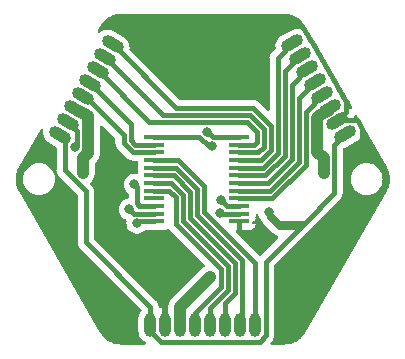
<source format=gbr>
%TF.GenerationSoftware,KiCad,Pcbnew,7.0.9*%
%TF.CreationDate,2023-12-16T17:23:44+09:00*%
%TF.ProjectId,LineIntegratedBoard,4c696e65-496e-4746-9567-726174656442,rev?*%
%TF.SameCoordinates,Original*%
%TF.FileFunction,Copper,L2,Bot*%
%TF.FilePolarity,Positive*%
%FSLAX46Y46*%
G04 Gerber Fmt 4.6, Leading zero omitted, Abs format (unit mm)*
G04 Created by KiCad (PCBNEW 7.0.9) date 2023-12-16 17:23:44*
%MOMM*%
%LPD*%
G01*
G04 APERTURE LIST*
G04 Aperture macros list*
%AMHorizOval*
0 Thick line with rounded ends*
0 $1 width*
0 $2 $3 position (X,Y) of the first rounded end (center of the circle)*
0 $4 $5 position (X,Y) of the second rounded end (center of the circle)*
0 Add line between two ends*
20,1,$1,$2,$3,$4,$5,0*
0 Add two circle primitives to create the rounded ends*
1,1,$1,$2,$3*
1,1,$1,$4,$5*%
G04 Aperture macros list end*
%TA.AperFunction,SMDPad,CuDef*%
%ADD10HorizOval,1.000000X0.433013X-0.250000X-0.433013X0.250000X0*%
%TD*%
%TA.AperFunction,SMDPad,CuDef*%
%ADD11HorizOval,1.000000X0.433013X0.250000X-0.433013X-0.250000X0*%
%TD*%
%TA.AperFunction,SMDPad,CuDef*%
%ADD12O,1.000000X2.000000*%
%TD*%
%TA.AperFunction,SMDPad,CuDef*%
%ADD13R,1.750000X0.450000*%
%TD*%
%TA.AperFunction,ViaPad*%
%ADD14C,0.800000*%
%TD*%
%TA.AperFunction,Conductor*%
%ADD15C,0.400000*%
%TD*%
%TA.AperFunction,Conductor*%
%ADD16C,1.000000*%
%TD*%
G04 APERTURE END LIST*
D10*
%TO.P,J2,8,Pin_8*%
%TO.N,6*%
X144761683Y-78765317D03*
%TO.P,J2,7,Pin_7*%
%TO.N,7*%
X144126683Y-79865169D03*
%TO.P,J2,6,Pin_6*%
%TO.N,8*%
X143491683Y-80965021D03*
%TO.P,J2,5,Pin_5*%
%TO.N,9*%
X142856683Y-82064873D03*
%TO.P,J2,4,Pin_4*%
%TO.N,10*%
X142221683Y-83164726D03*
%TO.P,J2,3,Pin_3*%
%TO.N,+5VA*%
X141586683Y-84264578D03*
%TO.P,J2,2,Pin_2*%
%TO.N,GND*%
X140951683Y-85364430D03*
%TO.P,J2,1,Pin_1*%
%TO.N,+3.3V*%
X140316683Y-86464282D03*
%TD*%
D11*
%TO.P,J1,8,Pin_8*%
%TO.N,5*%
X159993283Y-78666760D03*
%TO.P,J1,7,Pin_7*%
%TO.N,4*%
X160628283Y-79766612D03*
%TO.P,J1,6,Pin_6*%
%TO.N,3*%
X161263283Y-80866464D03*
%TO.P,J1,5,Pin_5*%
%TO.N,2*%
X161898283Y-81966316D03*
%TO.P,J1,4,Pin_4*%
%TO.N,1*%
X162533283Y-83066169D03*
%TO.P,J1,3,Pin_3*%
%TO.N,+5VA*%
X163168283Y-84166021D03*
%TO.P,J1,2,Pin_2*%
%TO.N,GND*%
X163803283Y-85265873D03*
%TO.P,J1,1,Pin_1*%
%TO.N,+3.3V*%
X164438283Y-86365725D03*
%TD*%
D12*
%TO.P,J3,1,Pin_1*%
%TO.N,+3.3V*%
X147950000Y-102514400D03*
%TO.P,J3,2,Pin_2*%
%TO.N,GND*%
X149220000Y-102514400D03*
%TO.P,J3,3,Pin_3*%
%TO.N,+5VA*%
X150490000Y-102514400D03*
%TO.P,J3,4,Pin_4*%
%TO.N,15*%
X151760000Y-102514400D03*
%TO.P,J3,5,Pin_5*%
%TO.N,14*%
X153030000Y-102514400D03*
%TO.P,J3,6,Pin_6*%
%TO.N,13*%
X154300000Y-102514400D03*
%TO.P,J3,7,Pin_7*%
%TO.N,12*%
X155570000Y-102514400D03*
%TO.P,J3,8,Pin_8*%
%TO.N,11*%
X156840000Y-102514400D03*
%TD*%
D13*
%TO.P,U1,1,COM*%
%TO.N,Data*%
X155492000Y-86595000D03*
%TO.P,U1,2,I7*%
%TO.N,8*%
X155492000Y-87245000D03*
%TO.P,U1,3,I6*%
%TO.N,7*%
X155492000Y-87895000D03*
%TO.P,U1,4,I5*%
%TO.N,6*%
X155492000Y-88545000D03*
%TO.P,U1,5,I4*%
%TO.N,5*%
X155492000Y-89195000D03*
%TO.P,U1,6,I3*%
%TO.N,4*%
X155492000Y-89845000D03*
%TO.P,U1,7,I2*%
%TO.N,3*%
X155492000Y-90495000D03*
%TO.P,U1,8,I1*%
%TO.N,2*%
X155492000Y-91145000D03*
%TO.P,U1,9,I0*%
%TO.N,1*%
X155492000Y-91795000D03*
%TO.P,U1,10,S0*%
%TO.N,S0*%
X155492000Y-92445000D03*
%TO.P,U1,11,S1*%
%TO.N,S1*%
X155492000Y-93095000D03*
%TO.P,U1,12,GND*%
%TO.N,GND*%
X155492000Y-93745000D03*
%TO.P,U1,13,S3*%
%TO.N,S3*%
X148292000Y-93745000D03*
%TO.P,U1,14,S2*%
%TO.N,S2*%
X148292000Y-93095000D03*
%TO.P,U1,15,~{E}*%
%TO.N,E*%
X148292000Y-92445000D03*
%TO.P,U1,16,I15*%
%TO.N,unconnected-(U1-I15-Pad16)*%
X148292000Y-91795000D03*
%TO.P,U1,17,I14*%
%TO.N,15*%
X148292000Y-91145000D03*
%TO.P,U1,18,I13*%
%TO.N,14*%
X148292000Y-90495000D03*
%TO.P,U1,19,I12*%
%TO.N,13*%
X148292000Y-89845000D03*
%TO.P,U1,20,I11*%
%TO.N,12*%
X148292000Y-89195000D03*
%TO.P,U1,21,I10*%
%TO.N,11*%
X148292000Y-88545000D03*
%TO.P,U1,22,I9*%
%TO.N,10*%
X148292000Y-87895000D03*
%TO.P,U1,23,I8*%
%TO.N,9*%
X148292000Y-87245000D03*
%TO.P,U1,24,VCC*%
%TO.N,+3.3V*%
X148292000Y-86595000D03*
%TD*%
D14*
%TO.N,GND*%
X160020000Y-96520000D03*
X157861000Y-78867000D03*
X152019000Y-77597000D03*
X146050000Y-77470000D03*
X152019000Y-82931000D03*
X157607000Y-83439000D03*
X159385000Y-77216000D03*
X165354000Y-94615000D03*
X162687000Y-99441000D03*
X159131000Y-103124000D03*
X158877000Y-99060000D03*
X157226000Y-96139000D03*
X151638000Y-97536000D03*
X165354000Y-87884000D03*
X145796000Y-96774000D03*
X145796000Y-100584000D03*
X143510000Y-98298000D03*
X139954000Y-93472000D03*
X138684000Y-87122000D03*
X140716000Y-96774000D03*
X141572955Y-87462062D03*
%TO.N,+3.3V*%
X157988000Y-92964000D03*
X153160693Y-87391768D03*
%TO.N,S3*%
X146840072Y-93894500D03*
%TO.N,S2*%
X146192971Y-92720968D03*
%TO.N,E*%
X146615332Y-90620668D03*
%TO.N,S1*%
X153868039Y-93022439D03*
%TO.N,S0*%
X153924000Y-91948000D03*
%TO.N,Data*%
X152775236Y-86143500D03*
%TO.N,+5VA*%
X142240000Y-89662000D03*
X162630000Y-89662000D03*
X153000689Y-98459311D03*
X152400000Y-99060000D03*
X142240000Y-88392000D03*
X162630000Y-88392000D03*
%TD*%
D15*
%TO.N,+3.3V*%
X157988000Y-92964000D02*
X157988000Y-93345000D01*
X157988000Y-93345000D02*
X158877000Y-94234000D01*
X158877000Y-94234000D02*
X160655000Y-94234000D01*
X147950000Y-103017192D02*
X148847208Y-103914400D01*
X148847208Y-103914400D02*
X157212792Y-103914400D01*
X157740000Y-103387192D02*
X157740000Y-101641608D01*
X157212792Y-103914400D02*
X157740000Y-103387192D01*
X147950000Y-102514400D02*
X147950000Y-103017192D01*
X157740000Y-101641608D02*
X157734000Y-101635608D01*
X157734000Y-101635608D02*
X157734000Y-97155000D01*
X157734000Y-97155000D02*
X161036000Y-93853000D01*
X160655000Y-93853000D02*
X161036000Y-93853000D01*
X161036000Y-93853000D02*
X163530000Y-91359000D01*
X163530000Y-91359000D02*
X163530000Y-87274008D01*
X163530000Y-87274008D02*
X164438283Y-86365725D01*
%TO.N,GND*%
X163803283Y-85265873D02*
X164567115Y-84502041D01*
X164567115Y-84502041D02*
X164567115Y-83664921D01*
X160748519Y-77216000D02*
X159385000Y-77216000D01*
X164567115Y-83664921D02*
X164574750Y-83657286D01*
X161544000Y-78486000D02*
X161417000Y-78187903D01*
X164493049Y-83515776D02*
X164465000Y-83487727D01*
X164465000Y-83467192D02*
X161637382Y-78569615D01*
X164574750Y-83657286D02*
X164493049Y-83515776D01*
X164465000Y-83487727D02*
X164465000Y-83467192D01*
X161002519Y-77470000D02*
X160748519Y-77216000D01*
X161637382Y-78569615D02*
X161544000Y-78486000D01*
X161417000Y-78187903D02*
X161002519Y-77470000D01*
X165862000Y-85886867D02*
X165862000Y-87376000D01*
X165503469Y-85265873D02*
X165862000Y-85886867D01*
X165862000Y-87376000D02*
X165354000Y-87884000D01*
X165387502Y-85149906D02*
X165503469Y-85265873D01*
X163919250Y-85149906D02*
X165387502Y-85149906D01*
X163803283Y-85265873D02*
X163919250Y-85149906D01*
%TO.N,+3.3V*%
X140316683Y-86464282D02*
X140716000Y-86863599D01*
X142494000Y-95504000D02*
X147950000Y-100960000D01*
X140716000Y-86863599D02*
X140716000Y-89410792D01*
X142494000Y-91188792D02*
X142494000Y-95504000D01*
X140716000Y-89410792D02*
X142494000Y-91188792D01*
X147950000Y-100960000D02*
X147950000Y-102514400D01*
%TO.N,GND*%
X141715515Y-87319502D02*
X141572955Y-87462062D01*
X141715515Y-86128262D02*
X141715515Y-87319502D01*
X140951683Y-85364430D02*
X141715515Y-86128262D01*
%TO.N,+3.3V*%
X157988000Y-92964000D02*
X158369000Y-93345000D01*
X158369000Y-93345000D02*
X158877000Y-93853000D01*
X158877000Y-93853000D02*
X160655000Y-93853000D01*
X148292000Y-86595000D02*
X152095365Y-86595000D01*
X152892133Y-87391768D02*
X153160693Y-87391768D01*
X152095365Y-86595000D02*
X152892133Y-87391768D01*
%TO.N,Data*%
X152775236Y-86143500D02*
X153226736Y-86595000D01*
X153226736Y-86595000D02*
X155492000Y-86595000D01*
%TO.N,11*%
X156840000Y-102514400D02*
X156840000Y-97309096D01*
X156840000Y-97309096D02*
X152514000Y-92983096D01*
X152514000Y-92983096D02*
X152514000Y-90722888D01*
X152514000Y-90722888D02*
X150336112Y-88545000D01*
X150336112Y-88545000D02*
X148292000Y-88545000D01*
%TO.N,12*%
X155570000Y-102514400D02*
X155700689Y-102383711D01*
X155700689Y-102383711D02*
X155700689Y-97018313D01*
X155700689Y-97018313D02*
X151914000Y-93231624D01*
X151914000Y-93231624D02*
X151914000Y-90971416D01*
X151914000Y-90971416D02*
X150137584Y-89195000D01*
X150137584Y-89195000D02*
X148292000Y-89195000D01*
%TO.N,13*%
X154300000Y-102514400D02*
X154300000Y-100635056D01*
X154300000Y-100635056D02*
X155100689Y-99834367D01*
X155100689Y-99834367D02*
X155100689Y-97266841D01*
X155100689Y-97266841D02*
X151314000Y-93480152D01*
X151314000Y-93480152D02*
X151314000Y-91219944D01*
X151314000Y-91219944D02*
X149939056Y-89845000D01*
X149939056Y-89845000D02*
X148292000Y-89845000D01*
%TO.N,14*%
X153030000Y-101056528D02*
X154500689Y-99585839D01*
X149740528Y-90495000D02*
X148292000Y-90495000D01*
X150714000Y-93728680D02*
X150714000Y-91468472D01*
X153030000Y-102514400D02*
X153030000Y-101056528D01*
X154500689Y-99585839D02*
X154500689Y-97515369D01*
X154500689Y-97515369D02*
X150714000Y-93728680D01*
X150714000Y-91468472D02*
X149740528Y-90495000D01*
%TO.N,15*%
X151760000Y-102514400D02*
X151760000Y-101478000D01*
X150114000Y-93980000D02*
X150114000Y-91717000D01*
X151760000Y-101478000D02*
X153900689Y-99337311D01*
X153900689Y-99337311D02*
X153900689Y-97766689D01*
X149542000Y-91145000D02*
X148292000Y-91145000D01*
X153900689Y-97766689D02*
X150114000Y-93980000D01*
X150114000Y-91717000D02*
X149542000Y-91145000D01*
D16*
%TO.N,+5VA*%
X152400000Y-99060000D02*
X153000689Y-98459311D01*
D15*
%TO.N,10*%
X148292000Y-87895000D02*
X146482472Y-87895000D01*
X145704000Y-87116528D02*
X145704000Y-86464030D01*
X145704000Y-86464030D02*
X142404696Y-83164726D01*
X146482472Y-87895000D02*
X145704000Y-87116528D01*
X142404696Y-83164726D02*
X142221683Y-83164726D01*
%TO.N,9*%
X148292000Y-87245000D02*
X146681000Y-87245000D01*
X146681000Y-87245000D02*
X146304000Y-86868000D01*
X146304000Y-86868000D02*
X146304000Y-85512190D01*
X146304000Y-85512190D02*
X142856683Y-82064873D01*
%TO.N,6*%
X157300528Y-88545000D02*
X158152000Y-87693528D01*
X158152000Y-85657944D02*
X156638056Y-84144000D01*
X155492000Y-88545000D02*
X157300528Y-88545000D01*
X156638056Y-84144000D02*
X150140366Y-84144000D01*
X158152000Y-87693528D02*
X158152000Y-85657944D01*
X150140366Y-84144000D02*
X144761683Y-78765317D01*
%TO.N,1*%
X155492000Y-91795000D02*
X158293168Y-91795000D01*
X158293168Y-91795000D02*
X161152000Y-88936168D01*
X161152000Y-88936168D02*
X161152000Y-84447452D01*
X161152000Y-84447452D02*
X162533283Y-83066169D01*
%TO.N,2*%
X155492000Y-91145000D02*
X158094640Y-91145000D01*
X158094640Y-91145000D02*
X160552000Y-88687640D01*
X160552000Y-88687640D02*
X160552000Y-83312599D01*
X160552000Y-83312599D02*
X161898283Y-81966316D01*
%TO.N,3*%
X155492000Y-90495000D02*
X157896112Y-90495000D01*
X157896112Y-90495000D02*
X159952000Y-88439112D01*
X159952000Y-88439112D02*
X159952000Y-82177747D01*
X159952000Y-82177747D02*
X161263283Y-80866464D01*
%TO.N,5*%
X155492000Y-89195000D02*
X157499056Y-89195000D01*
X157499056Y-89195000D02*
X158752000Y-87942056D01*
X158752000Y-79908043D02*
X159993283Y-78666760D01*
X158752000Y-87942056D02*
X158752000Y-79908043D01*
%TO.N,4*%
X155492000Y-89845000D02*
X157697584Y-89845000D01*
X159352000Y-88190584D02*
X159352000Y-81042895D01*
X157697584Y-89845000D02*
X159352000Y-88190584D01*
X159352000Y-81042895D02*
X160628283Y-79766612D01*
%TO.N,8*%
X155492000Y-87245000D02*
X156742000Y-87245000D01*
X156742000Y-87245000D02*
X156952000Y-87035000D01*
X156952000Y-87035000D02*
X156952000Y-86155000D01*
X156141000Y-85344000D02*
X147870662Y-85344000D01*
X156952000Y-86155000D02*
X156141000Y-85344000D01*
X147870662Y-85344000D02*
X143491683Y-80965021D01*
%TO.N,7*%
X155492000Y-87895000D02*
X157102000Y-87895000D01*
X157102000Y-87895000D02*
X157552000Y-87445000D01*
X157552000Y-85906472D02*
X156389528Y-84744000D01*
X156389528Y-84744000D02*
X149005514Y-84744000D01*
X157552000Y-87445000D02*
X157552000Y-85906472D01*
X149005514Y-84744000D02*
X144126683Y-79865169D01*
%TO.N,S3*%
X146840072Y-93894500D02*
X146989572Y-93745000D01*
X146989572Y-93745000D02*
X148292000Y-93745000D01*
%TO.N,S2*%
X148292000Y-93095000D02*
X146567003Y-93095000D01*
X146567003Y-93095000D02*
X146192971Y-92720968D01*
%TO.N,E*%
X146615332Y-90620668D02*
X146812000Y-90817336D01*
X146812000Y-90817336D02*
X146812000Y-92215000D01*
X146812000Y-92215000D02*
X147042000Y-92445000D01*
X147042000Y-92445000D02*
X148292000Y-92445000D01*
%TO.N,S1*%
X153940600Y-93095000D02*
X155492000Y-93095000D01*
X153868039Y-93022439D02*
X153940600Y-93095000D01*
%TO.N,S0*%
X153924000Y-91948000D02*
X154421000Y-92445000D01*
X154421000Y-92445000D02*
X155492000Y-92445000D01*
D16*
%TO.N,+5VA*%
X162977041Y-84357263D02*
X163168283Y-84166021D01*
X162082511Y-84982466D02*
X162339807Y-84725170D01*
X162082511Y-87844511D02*
X162082511Y-84982466D01*
X162339807Y-84725170D02*
X162977041Y-84357263D01*
X162630000Y-88392000D02*
X162082511Y-87844511D01*
X142240000Y-88392000D02*
X142240000Y-89662000D01*
X162630000Y-88392000D02*
X162630000Y-89662000D01*
X150490000Y-102514400D02*
X150490000Y-100970000D01*
X150490000Y-100970000D02*
X152400000Y-99060000D01*
X142240000Y-88392000D02*
X142672455Y-87959545D01*
X142672455Y-87959545D02*
X142672455Y-84836000D01*
X142672455Y-84836000D02*
X141586683Y-84264578D01*
%TD*%
%TA.AperFunction,Conductor*%
%TO.N,GND*%
G36*
X138853604Y-85917338D02*
G01*
X138894132Y-85974253D01*
X138899187Y-86035654D01*
X138880303Y-86146388D01*
X138880303Y-86146391D01*
X138887175Y-86349756D01*
X138887175Y-86349757D01*
X138934845Y-86547572D01*
X138934847Y-86547580D01*
X139021358Y-86731748D01*
X139143171Y-86894733D01*
X139143172Y-86894734D01*
X139143176Y-86894739D01*
X139295310Y-87029870D01*
X139295312Y-87029871D01*
X139295313Y-87029872D01*
X139519202Y-87159134D01*
X139953500Y-87409875D01*
X140001716Y-87460442D01*
X140015500Y-87517262D01*
X140015500Y-89387743D01*
X140015387Y-89391488D01*
X140013445Y-89423599D01*
X140011642Y-89453398D01*
X140018746Y-89492165D01*
X140022821Y-89514404D01*
X140023384Y-89518105D01*
X140030859Y-89579662D01*
X140030860Y-89579666D01*
X140034451Y-89589135D01*
X140040474Y-89610738D01*
X140042304Y-89620722D01*
X140067759Y-89677282D01*
X140069189Y-89680733D01*
X140091182Y-89738722D01*
X140091183Y-89738723D01*
X140096936Y-89747058D01*
X140107961Y-89766605D01*
X140112120Y-89775847D01*
X140112124Y-89775852D01*
X140128926Y-89797298D01*
X140137365Y-89808070D01*
X140150371Y-89824670D01*
X140152591Y-89827688D01*
X140187812Y-89878716D01*
X140187816Y-89878720D01*
X140187817Y-89878721D01*
X140234250Y-89919856D01*
X140236941Y-89922390D01*
X141002059Y-90687508D01*
X141757181Y-91442630D01*
X141790666Y-91503953D01*
X141793500Y-91530311D01*
X141793500Y-95480951D01*
X141793387Y-95484696D01*
X141789642Y-95546603D01*
X141789642Y-95546605D01*
X141800821Y-95607612D01*
X141801384Y-95611313D01*
X141808859Y-95672870D01*
X141808860Y-95672874D01*
X141812451Y-95682343D01*
X141818474Y-95703946D01*
X141820304Y-95713930D01*
X141845759Y-95770490D01*
X141847189Y-95773941D01*
X141869182Y-95831930D01*
X141869183Y-95831931D01*
X141874936Y-95840266D01*
X141885961Y-95859813D01*
X141890120Y-95869055D01*
X141890124Y-95869060D01*
X141928371Y-95917878D01*
X141930591Y-95920896D01*
X141965812Y-95971924D01*
X141965816Y-95971928D01*
X141965817Y-95971929D01*
X142012250Y-96013064D01*
X142014941Y-96015598D01*
X146252890Y-100253547D01*
X147185060Y-101185717D01*
X147218545Y-101247040D01*
X147213561Y-101316732D01*
X147189478Y-101353223D01*
X147191045Y-101354568D01*
X147186948Y-101359340D01*
X147070705Y-101526349D01*
X146990459Y-101713343D01*
X146949500Y-101912658D01*
X146949500Y-103065143D01*
X146964925Y-103216839D01*
X147025837Y-103410979D01*
X147025844Y-103410994D01*
X147124589Y-103588899D01*
X147124592Y-103588904D01*
X147257132Y-103743293D01*
X147257134Y-103743295D01*
X147418037Y-103867845D01*
X147418038Y-103867845D01*
X147418042Y-103867848D01*
X147553255Y-103934173D01*
X147604773Y-103981369D01*
X147622598Y-104048927D01*
X147601068Y-104115397D01*
X147547020Y-104159675D01*
X147498645Y-104169500D01*
X145473822Y-104169500D01*
X145469771Y-104169367D01*
X145463009Y-104168924D01*
X145418575Y-104166010D01*
X145198831Y-104149544D01*
X145191362Y-104148525D01*
X145083445Y-104127059D01*
X144923336Y-104090514D01*
X144917199Y-104088777D01*
X144804087Y-104050380D01*
X144801365Y-104049385D01*
X144658454Y-103993297D01*
X144653680Y-103991188D01*
X144633769Y-103981369D01*
X144543664Y-103936934D01*
X144540109Y-103935034D01*
X144409087Y-103859388D01*
X144405641Y-103857245D01*
X144303650Y-103789096D01*
X144299438Y-103786018D01*
X144179445Y-103690326D01*
X144177222Y-103688467D01*
X144087373Y-103609672D01*
X144082800Y-103605225D01*
X143971156Y-103484902D01*
X143898548Y-103402108D01*
X143893935Y-103396154D01*
X143769945Y-103214294D01*
X143769682Y-103213900D01*
X143741273Y-103171383D01*
X143739155Y-103167977D01*
X136812986Y-91171500D01*
X136811073Y-91167921D01*
X136788384Y-91121911D01*
X136692775Y-90923377D01*
X136689922Y-90916399D01*
X136654547Y-90812187D01*
X136606143Y-90655262D01*
X136604586Y-90649108D01*
X136581275Y-90531914D01*
X136580779Y-90529073D01*
X136578349Y-90512952D01*
X136557897Y-90377258D01*
X136557340Y-90372095D01*
X136549318Y-90249691D01*
X136549185Y-90245635D01*
X136549185Y-90170000D01*
X137175941Y-90170000D01*
X137196536Y-90405403D01*
X137196538Y-90405413D01*
X137257694Y-90633655D01*
X137257696Y-90633659D01*
X137257697Y-90633663D01*
X137279436Y-90680282D01*
X137357564Y-90847828D01*
X137357565Y-90847830D01*
X137493105Y-91041402D01*
X137660197Y-91208494D01*
X137853769Y-91344034D01*
X137853771Y-91344035D01*
X138067937Y-91443903D01*
X138296192Y-91505063D01*
X138472634Y-91520500D01*
X138590566Y-91520500D01*
X138767008Y-91505063D01*
X138995263Y-91443903D01*
X139209429Y-91344035D01*
X139403001Y-91208495D01*
X139570095Y-91041401D01*
X139705635Y-90847830D01*
X139805503Y-90633663D01*
X139866663Y-90405408D01*
X139887259Y-90170000D01*
X139885513Y-90150049D01*
X139875787Y-90038880D01*
X139866663Y-89934592D01*
X139819754Y-89759523D01*
X139805505Y-89706344D01*
X139805504Y-89706343D01*
X139805503Y-89706337D01*
X139705635Y-89492171D01*
X139705634Y-89492169D01*
X139570094Y-89298597D01*
X139403002Y-89131505D01*
X139209430Y-88995965D01*
X139209428Y-88995964D01*
X139051073Y-88922122D01*
X138995263Y-88896097D01*
X138995259Y-88896096D01*
X138995255Y-88896094D01*
X138767013Y-88834938D01*
X138767003Y-88834936D01*
X138590566Y-88819500D01*
X138472634Y-88819500D01*
X138296196Y-88834936D01*
X138296186Y-88834938D01*
X138067944Y-88896094D01*
X138067935Y-88896098D01*
X137853771Y-88995964D01*
X137853769Y-88995965D01*
X137660197Y-89131505D01*
X137493106Y-89298597D01*
X137493101Y-89298604D01*
X137357567Y-89492165D01*
X137357565Y-89492169D01*
X137257698Y-89706335D01*
X137257694Y-89706344D01*
X137196538Y-89934586D01*
X137196536Y-89934596D01*
X137175941Y-90169999D01*
X137175941Y-90170000D01*
X136549185Y-90170000D01*
X136549185Y-90094363D01*
X136549318Y-90090307D01*
X136555874Y-89990270D01*
X136557340Y-89967899D01*
X136557898Y-89962732D01*
X136580783Y-89810902D01*
X136581272Y-89808100D01*
X136604588Y-89690882D01*
X136606140Y-89684746D01*
X136654555Y-89527790D01*
X136689928Y-89423582D01*
X136692766Y-89416639D01*
X136788357Y-89218140D01*
X136811081Y-89172060D01*
X136812970Y-89168526D01*
X138669566Y-85952807D01*
X138720132Y-85904593D01*
X138788739Y-85891370D01*
X138853604Y-85917338D01*
G37*
%TD.AperFunction*%
%TA.AperFunction,Conductor*%
G36*
X166062048Y-85854010D02*
G01*
X166094744Y-85890991D01*
X167979615Y-89155684D01*
X167979616Y-89155684D01*
X167987012Y-89168496D01*
X167988923Y-89172073D01*
X168011599Y-89218053D01*
X168107231Y-89416637D01*
X168110076Y-89423597D01*
X168145434Y-89527759D01*
X168164366Y-89589135D01*
X168193853Y-89684732D01*
X168195417Y-89690915D01*
X168218716Y-89808046D01*
X168219215Y-89810902D01*
X168242101Y-89962740D01*
X168242661Y-89967928D01*
X168250561Y-90088453D01*
X168250681Y-90090276D01*
X168250814Y-90094333D01*
X168250814Y-90245665D01*
X168250681Y-90249714D01*
X168248337Y-90285473D01*
X168242661Y-90372070D01*
X168242101Y-90377258D01*
X168219215Y-90529096D01*
X168218716Y-90531952D01*
X168195417Y-90649083D01*
X168193853Y-90655265D01*
X168159680Y-90766058D01*
X168145447Y-90812202D01*
X168128931Y-90860858D01*
X168110079Y-90916394D01*
X168107227Y-90923371D01*
X168011609Y-91121925D01*
X167988915Y-91167942D01*
X167987002Y-91171520D01*
X161060843Y-103167978D01*
X161058700Y-103171424D01*
X161030148Y-103214155D01*
X160906055Y-103396165D01*
X160901439Y-103402123D01*
X160828898Y-103484843D01*
X160717185Y-103605240D01*
X160712612Y-103609686D01*
X160622800Y-103688449D01*
X160620577Y-103690308D01*
X160500554Y-103786024D01*
X160496341Y-103789104D01*
X160394363Y-103857243D01*
X160390917Y-103859386D01*
X160259891Y-103935034D01*
X160256312Y-103936947D01*
X160146319Y-103991189D01*
X160141546Y-103993298D01*
X159998638Y-104049385D01*
X159995917Y-104050380D01*
X159882805Y-104088778D01*
X159876667Y-104090515D01*
X159716542Y-104127063D01*
X159608639Y-104148526D01*
X159601170Y-104149545D01*
X159381246Y-104166024D01*
X159339638Y-104168752D01*
X159330258Y-104169367D01*
X159326210Y-104169500D01*
X158247710Y-104169500D01*
X158180671Y-104149815D01*
X158134916Y-104097011D01*
X158124972Y-104027853D01*
X158153997Y-103964297D01*
X158160028Y-103957820D01*
X158160388Y-103957460D01*
X158219072Y-103898775D01*
X158221731Y-103896272D01*
X158268183Y-103855121D01*
X158303417Y-103804075D01*
X158305620Y-103801079D01*
X158343878Y-103752248D01*
X158348037Y-103743005D01*
X158359061Y-103723460D01*
X158364818Y-103715122D01*
X158386810Y-103657131D01*
X158388232Y-103653695D01*
X158413695Y-103597123D01*
X158415522Y-103587151D01*
X158421546Y-103565539D01*
X158425140Y-103556064D01*
X158432613Y-103494516D01*
X158433177Y-103490811D01*
X158436535Y-103472481D01*
X158444358Y-103429798D01*
X158440613Y-103367888D01*
X158440500Y-103364143D01*
X158440500Y-101664643D01*
X158440613Y-101660898D01*
X158444357Y-101599002D01*
X158436531Y-101556295D01*
X158434500Y-101533944D01*
X158434500Y-97496518D01*
X158454185Y-97429479D01*
X158470814Y-97408842D01*
X161097353Y-94782302D01*
X161114582Y-94767943D01*
X161122929Y-94762183D01*
X161164065Y-94715748D01*
X161166599Y-94713056D01*
X161478353Y-94401302D01*
X161495582Y-94386943D01*
X161503929Y-94381183D01*
X161545081Y-94334730D01*
X161547603Y-94332052D01*
X161561290Y-94318367D01*
X164009056Y-91870599D01*
X164011748Y-91868065D01*
X164058183Y-91826929D01*
X164093417Y-91775883D01*
X164095620Y-91772887D01*
X164133878Y-91724056D01*
X164138037Y-91714813D01*
X164149061Y-91695268D01*
X164154818Y-91686930D01*
X164176810Y-91628939D01*
X164178232Y-91625503D01*
X164203695Y-91568931D01*
X164205522Y-91558959D01*
X164211546Y-91537347D01*
X164215140Y-91527872D01*
X164222613Y-91466324D01*
X164223177Y-91462619D01*
X164226840Y-91442630D01*
X164234358Y-91401606D01*
X164230613Y-91339696D01*
X164230500Y-91335951D01*
X164230500Y-90170000D01*
X164912741Y-90170000D01*
X164933336Y-90405403D01*
X164933338Y-90405413D01*
X164994494Y-90633655D01*
X164994496Y-90633659D01*
X164994497Y-90633663D01*
X165016236Y-90680282D01*
X165094364Y-90847828D01*
X165094365Y-90847830D01*
X165229905Y-91041402D01*
X165396997Y-91208494D01*
X165590569Y-91344034D01*
X165590571Y-91344035D01*
X165804737Y-91443903D01*
X166032992Y-91505063D01*
X166209434Y-91520500D01*
X166327366Y-91520500D01*
X166503808Y-91505063D01*
X166732063Y-91443903D01*
X166946229Y-91344035D01*
X167139801Y-91208495D01*
X167306895Y-91041401D01*
X167442435Y-90847830D01*
X167542303Y-90633663D01*
X167603463Y-90405408D01*
X167624059Y-90170000D01*
X167622313Y-90150049D01*
X167612587Y-90038880D01*
X167603463Y-89934592D01*
X167556554Y-89759523D01*
X167542305Y-89706344D01*
X167542304Y-89706343D01*
X167542303Y-89706337D01*
X167442435Y-89492171D01*
X167442434Y-89492169D01*
X167306894Y-89298597D01*
X167139802Y-89131505D01*
X166946230Y-88995965D01*
X166946228Y-88995964D01*
X166787873Y-88922122D01*
X166732063Y-88896097D01*
X166732059Y-88896096D01*
X166732055Y-88896094D01*
X166503813Y-88834938D01*
X166503803Y-88834936D01*
X166327366Y-88819500D01*
X166209434Y-88819500D01*
X166032996Y-88834936D01*
X166032986Y-88834938D01*
X165804744Y-88896094D01*
X165804735Y-88896098D01*
X165590571Y-88995964D01*
X165590569Y-88995965D01*
X165396997Y-89131505D01*
X165229906Y-89298597D01*
X165229901Y-89298604D01*
X165094367Y-89492165D01*
X165094365Y-89492169D01*
X164994498Y-89706335D01*
X164994494Y-89706344D01*
X164933338Y-89934586D01*
X164933336Y-89934596D01*
X164912741Y-90169999D01*
X164912741Y-90170000D01*
X164230500Y-90170000D01*
X164230500Y-87684636D01*
X164250185Y-87617597D01*
X164302989Y-87571842D01*
X164315372Y-87566971D01*
X164417409Y-87533054D01*
X165415490Y-86956812D01*
X165539150Y-86867605D01*
X165676831Y-86717776D01*
X165781534Y-86543299D01*
X165848971Y-86351317D01*
X165876383Y-86149690D01*
X165863640Y-85961362D01*
X165878754Y-85893147D01*
X165928348Y-85843932D01*
X165996678Y-85829342D01*
X166062048Y-85854010D01*
G37*
%TD.AperFunction*%
%TA.AperFunction,Conductor*%
G36*
X143878158Y-85629291D02*
G01*
X143884636Y-85635323D01*
X144967181Y-86717868D01*
X145000666Y-86779191D01*
X145003500Y-86805549D01*
X145003500Y-87093479D01*
X145003387Y-87097224D01*
X144999642Y-87159131D01*
X144999642Y-87159133D01*
X145010821Y-87220140D01*
X145011384Y-87223841D01*
X145018859Y-87285398D01*
X145018860Y-87285402D01*
X145022451Y-87294871D01*
X145028474Y-87316474D01*
X145030304Y-87326458D01*
X145055759Y-87383018D01*
X145057189Y-87386469D01*
X145079182Y-87444458D01*
X145083826Y-87451185D01*
X145084936Y-87452794D01*
X145095961Y-87472341D01*
X145100120Y-87481583D01*
X145100124Y-87481588D01*
X145138371Y-87530406D01*
X145140591Y-87533424D01*
X145175812Y-87584452D01*
X145175816Y-87584456D01*
X145175817Y-87584457D01*
X145222250Y-87625592D01*
X145224941Y-87628126D01*
X145970871Y-88374056D01*
X145973407Y-88376750D01*
X146014543Y-88423183D01*
X146065602Y-88458427D01*
X146068584Y-88460621D01*
X146117416Y-88498878D01*
X146117419Y-88498880D01*
X146117418Y-88498880D01*
X146126649Y-88503034D01*
X146146203Y-88514062D01*
X146154538Y-88519816D01*
X146154540Y-88519816D01*
X146154542Y-88519818D01*
X146212551Y-88541817D01*
X146215948Y-88543224D01*
X146258381Y-88562322D01*
X146272536Y-88568693D01*
X146272537Y-88568693D01*
X146272541Y-88568695D01*
X146282506Y-88570521D01*
X146304128Y-88576548D01*
X146307249Y-88577731D01*
X146313600Y-88580140D01*
X146358723Y-88585618D01*
X146375146Y-88587613D01*
X146378843Y-88588175D01*
X146439866Y-88599358D01*
X146495224Y-88596009D01*
X146501775Y-88595613D01*
X146505520Y-88595500D01*
X146792501Y-88595500D01*
X146859540Y-88615185D01*
X146905295Y-88667989D01*
X146916501Y-88719500D01*
X146916501Y-88817878D01*
X146920679Y-88856745D01*
X146920679Y-88883250D01*
X146916500Y-88922122D01*
X146916500Y-89467869D01*
X146916501Y-89467878D01*
X146920679Y-89506745D01*
X146920679Y-89533251D01*
X146916500Y-89572123D01*
X146916500Y-89610938D01*
X146896815Y-89677977D01*
X146844011Y-89723732D01*
X146774853Y-89733676D01*
X146766721Y-89732229D01*
X146709978Y-89720168D01*
X146520686Y-89720168D01*
X146503919Y-89723732D01*
X146335529Y-89759523D01*
X146335524Y-89759525D01*
X146162602Y-89836516D01*
X146162597Y-89836519D01*
X146009461Y-89947779D01*
X145882798Y-90088453D01*
X145788153Y-90252383D01*
X145788150Y-90252390D01*
X145730121Y-90430987D01*
X145729658Y-90432412D01*
X145709872Y-90620668D01*
X145729658Y-90808924D01*
X145731443Y-90814419D01*
X145788150Y-90988945D01*
X145788153Y-90988952D01*
X145882799Y-91152884D01*
X146009461Y-91293556D01*
X146060384Y-91330553D01*
X146103051Y-91385883D01*
X146111500Y-91430872D01*
X146111500Y-91717254D01*
X146091815Y-91784293D01*
X146039011Y-91830048D01*
X146013281Y-91838544D01*
X145913168Y-91859823D01*
X145913163Y-91859825D01*
X145740241Y-91936816D01*
X145740236Y-91936819D01*
X145587100Y-92048079D01*
X145460437Y-92188753D01*
X145365792Y-92352683D01*
X145365789Y-92352690D01*
X145319388Y-92495500D01*
X145307297Y-92532712D01*
X145287511Y-92720968D01*
X145307297Y-92909224D01*
X145307298Y-92909227D01*
X145365789Y-93089245D01*
X145365792Y-93089252D01*
X145460438Y-93253184D01*
X145563705Y-93367873D01*
X145587100Y-93393856D01*
X145740236Y-93505116D01*
X145740241Y-93505119D01*
X145883206Y-93568772D01*
X145936443Y-93614022D01*
X145956764Y-93680871D01*
X145954871Y-93699759D01*
X145955078Y-93699781D01*
X145954399Y-93706240D01*
X145954398Y-93706244D01*
X145934612Y-93894500D01*
X145954398Y-94082756D01*
X145954399Y-94082759D01*
X146012890Y-94262777D01*
X146012893Y-94262784D01*
X146107539Y-94426716D01*
X146219144Y-94550666D01*
X146234201Y-94567388D01*
X146387337Y-94678648D01*
X146387342Y-94678651D01*
X146560264Y-94755642D01*
X146560269Y-94755644D01*
X146745426Y-94795000D01*
X146745427Y-94795000D01*
X146934716Y-94795000D01*
X146934718Y-94795000D01*
X147119875Y-94755644D01*
X147292802Y-94678651D01*
X147445943Y-94567388D01*
X147496240Y-94511527D01*
X147555726Y-94474878D01*
X147588390Y-94470499D01*
X149214871Y-94470499D01*
X149214872Y-94470499D01*
X149274483Y-94464091D01*
X149409331Y-94413796D01*
X149409336Y-94413791D01*
X149417109Y-94409548D01*
X149418118Y-94411396D01*
X149472442Y-94391125D01*
X149540717Y-94405966D01*
X149583356Y-94444365D01*
X149585814Y-94447926D01*
X149585816Y-94447928D01*
X149585817Y-94447929D01*
X149632250Y-94489064D01*
X149634941Y-94491598D01*
X151115267Y-95971924D01*
X152533746Y-97390403D01*
X152567231Y-97451726D01*
X152562247Y-97521418D01*
X152520375Y-97577351D01*
X152514303Y-97581620D01*
X152365168Y-97679910D01*
X151764481Y-98280598D01*
X149791531Y-100253547D01*
X149726946Y-100314942D01*
X149691899Y-100365294D01*
X149689062Y-100369056D01*
X149650302Y-100416592D01*
X149650299Y-100416597D01*
X149634392Y-100447047D01*
X149630324Y-100453761D01*
X149610702Y-100481954D01*
X149586509Y-100538330D01*
X149584488Y-100542584D01*
X149556091Y-100596951D01*
X149556090Y-100596952D01*
X149546640Y-100629975D01*
X149544007Y-100637371D01*
X149530459Y-100668943D01*
X149518113Y-100729019D01*
X149516990Y-100733595D01*
X149500113Y-100792577D01*
X149500113Y-100792579D01*
X149497503Y-100826841D01*
X149496414Y-100834608D01*
X149491938Y-100856393D01*
X149489500Y-100868258D01*
X149489500Y-100929597D01*
X149489321Y-100934307D01*
X149485662Y-100982346D01*
X149470000Y-101023752D01*
X149470000Y-102640400D01*
X149450315Y-102707439D01*
X149397511Y-102753194D01*
X149346000Y-102764400D01*
X149094000Y-102764400D01*
X149026961Y-102744715D01*
X148981206Y-102691911D01*
X148970000Y-102640400D01*
X148970000Y-101041033D01*
X148968053Y-101041331D01*
X148968047Y-101041333D01*
X148817820Y-101096971D01*
X148748118Y-101101795D01*
X148686872Y-101068169D01*
X148653528Y-101006769D01*
X148650981Y-100973202D01*
X148654357Y-100917394D01*
X148643177Y-100856386D01*
X148642615Y-100852689D01*
X148637173Y-100807871D01*
X148635140Y-100791128D01*
X148631546Y-100781651D01*
X148625519Y-100760029D01*
X148623694Y-100750070D01*
X148623694Y-100750068D01*
X148598241Y-100693514D01*
X148596807Y-100690052D01*
X148574818Y-100632071D01*
X148574818Y-100632070D01*
X148569058Y-100623726D01*
X148558035Y-100604180D01*
X148554782Y-100596952D01*
X148553878Y-100594943D01*
X148515617Y-100546107D01*
X148513417Y-100543117D01*
X148496786Y-100519021D01*
X148478185Y-100492073D01*
X148466763Y-100481954D01*
X148431750Y-100450935D01*
X148429056Y-100448399D01*
X143230819Y-95250162D01*
X143197334Y-95188839D01*
X143194500Y-95162481D01*
X143194500Y-91211839D01*
X143194613Y-91208094D01*
X143198358Y-91146186D01*
X143187175Y-91085163D01*
X143186613Y-91081466D01*
X143183605Y-91056697D01*
X143179140Y-91019920D01*
X143175548Y-91010448D01*
X143169521Y-90988826D01*
X143167695Y-90978863D01*
X143167695Y-90978861D01*
X143142224Y-90922268D01*
X143140817Y-90918871D01*
X143118818Y-90860862D01*
X143118816Y-90860860D01*
X143118816Y-90860858D01*
X143113062Y-90852523D01*
X143102034Y-90832969D01*
X143097880Y-90823739D01*
X143094950Y-90819999D01*
X143059621Y-90774904D01*
X143057427Y-90771922D01*
X143022183Y-90720863D01*
X142975750Y-90679727D01*
X142973056Y-90677191D01*
X142892976Y-90597111D01*
X142859491Y-90535788D01*
X142864475Y-90466096D01*
X142895219Y-90419562D01*
X143003053Y-90317059D01*
X143119295Y-90150049D01*
X143199540Y-89963058D01*
X143240500Y-89763741D01*
X143240500Y-88857783D01*
X143260185Y-88790744D01*
X143276815Y-88770105D01*
X143370942Y-88675978D01*
X143435505Y-88614607D01*
X143435505Y-88614606D01*
X143435508Y-88614604D01*
X143470567Y-88564231D01*
X143473380Y-88560502D01*
X143512153Y-88512952D01*
X143528062Y-88482493D01*
X143532122Y-88475793D01*
X143551750Y-88447594D01*
X143575947Y-88391205D01*
X143577953Y-88386980D01*
X143606364Y-88332594D01*
X143615815Y-88299560D01*
X143618446Y-88292173D01*
X143627049Y-88272127D01*
X143631995Y-88260603D01*
X143644348Y-88200485D01*
X143645461Y-88195957D01*
X143662342Y-88136963D01*
X143664950Y-88102700D01*
X143666042Y-88094921D01*
X143671995Y-88065959D01*
X143672955Y-88061286D01*
X143672955Y-87999946D01*
X143673134Y-87995237D01*
X143677792Y-87934070D01*
X143673452Y-87899986D01*
X143672955Y-87892147D01*
X143672955Y-85723004D01*
X143692640Y-85655965D01*
X143745444Y-85610210D01*
X143814602Y-85600266D01*
X143878158Y-85629291D01*
G37*
%TD.AperFunction*%
%TA.AperFunction,Conductor*%
G36*
X157072701Y-93118727D02*
G01*
X157109430Y-93174121D01*
X157160819Y-93332280D01*
X157160821Y-93332284D01*
X157255466Y-93496215D01*
X157307299Y-93553782D01*
X157328224Y-93585861D01*
X157339759Y-93611489D01*
X157341192Y-93614950D01*
X157363178Y-93672922D01*
X157363183Y-93672931D01*
X157368936Y-93681266D01*
X157379961Y-93700813D01*
X157384120Y-93710055D01*
X157384122Y-93710057D01*
X157412856Y-93746734D01*
X157422371Y-93758878D01*
X157424591Y-93761896D01*
X157459812Y-93812924D01*
X157459816Y-93812928D01*
X157459817Y-93812929D01*
X157506250Y-93854064D01*
X157508941Y-93856598D01*
X158365399Y-94713056D01*
X158367935Y-94715750D01*
X158409071Y-94762183D01*
X158460106Y-94797410D01*
X158463122Y-94799630D01*
X158489490Y-94820287D01*
X158511943Y-94837878D01*
X158518845Y-94840984D01*
X158521182Y-94842036D01*
X158540733Y-94853063D01*
X158549070Y-94858818D01*
X158607065Y-94880812D01*
X158610474Y-94882223D01*
X158657787Y-94903517D01*
X158667064Y-94907693D01*
X158667065Y-94907693D01*
X158667069Y-94907695D01*
X158677034Y-94909521D01*
X158698656Y-94915548D01*
X158708125Y-94919139D01*
X158708128Y-94919140D01*
X158708130Y-94919140D01*
X158712122Y-94920124D01*
X158714739Y-94921647D01*
X158715141Y-94921800D01*
X158715115Y-94921866D01*
X158772506Y-94955275D01*
X158804299Y-95017492D01*
X158797409Y-95087021D01*
X158770138Y-95128204D01*
X157297632Y-96600709D01*
X157236309Y-96634194D01*
X157166617Y-96629210D01*
X157122270Y-96600709D01*
X155203242Y-94681681D01*
X155169757Y-94620358D01*
X155174741Y-94550666D01*
X155216613Y-94494733D01*
X155257527Y-94479472D01*
X155267000Y-94470000D01*
X155267000Y-93944499D01*
X155286685Y-93877460D01*
X155339489Y-93831705D01*
X155390997Y-93820499D01*
X155593001Y-93820499D01*
X155660039Y-93840184D01*
X155705794Y-93892988D01*
X155717000Y-93944499D01*
X155717000Y-94470000D01*
X156414828Y-94470000D01*
X156414844Y-94469999D01*
X156474372Y-94463598D01*
X156474379Y-94463596D01*
X156609086Y-94413354D01*
X156609093Y-94413350D01*
X156724187Y-94327190D01*
X156724190Y-94327187D01*
X156810350Y-94212093D01*
X156810354Y-94212086D01*
X156860596Y-94077379D01*
X156860598Y-94077372D01*
X156866999Y-94017844D01*
X156867000Y-94017827D01*
X156867000Y-93970000D01*
X156706435Y-93970000D01*
X156639396Y-93950315D01*
X156593641Y-93897511D01*
X156583697Y-93828353D01*
X156612722Y-93764797D01*
X156632124Y-93746734D01*
X156694873Y-93699759D01*
X156724546Y-93677546D01*
X156783849Y-93598328D01*
X156805289Y-93569688D01*
X156853105Y-93533894D01*
X156867000Y-93520000D01*
X156867000Y-93472182D01*
X156866999Y-93472164D01*
X156863068Y-93435602D01*
X156863068Y-93409094D01*
X156867500Y-93367873D01*
X156867499Y-93212438D01*
X156887183Y-93145401D01*
X156939987Y-93099646D01*
X157009145Y-93089702D01*
X157072701Y-93118727D01*
G37*
%TD.AperFunction*%
%TA.AperFunction,Conductor*%
G36*
X165426480Y-84753174D02*
G01*
X165459176Y-84790155D01*
X165682013Y-85176121D01*
X165698486Y-85244021D01*
X165675633Y-85310048D01*
X165620712Y-85353239D01*
X165551159Y-85359880D01*
X165495456Y-85333557D01*
X165431779Y-85280734D01*
X165431776Y-85280731D01*
X165300668Y-85210829D01*
X165250773Y-85161919D01*
X165235241Y-85093798D01*
X165236137Y-85084705D01*
X165240880Y-85049817D01*
X165228072Y-84860526D01*
X165243186Y-84792311D01*
X165292780Y-84743095D01*
X165361110Y-84728506D01*
X165426480Y-84753174D01*
G37*
%TD.AperFunction*%
%TA.AperFunction,Conductor*%
G36*
X159330223Y-76170633D02*
G01*
X159349246Y-76171879D01*
X159381421Y-76173988D01*
X159601196Y-76190458D01*
X159608626Y-76191472D01*
X159716522Y-76212934D01*
X159873630Y-76248793D01*
X159876669Y-76249487D01*
X159882806Y-76251224D01*
X159995915Y-76289620D01*
X159998622Y-76290609D01*
X160141557Y-76346707D01*
X160146319Y-76348812D01*
X160187660Y-76369198D01*
X160256315Y-76403055D01*
X160259851Y-76404945D01*
X160390948Y-76480634D01*
X160394368Y-76482761D01*
X160496335Y-76550893D01*
X160500531Y-76553960D01*
X160607909Y-76639591D01*
X160620595Y-76649708D01*
X160622807Y-76651558D01*
X160712610Y-76730313D01*
X160717178Y-76734755D01*
X160828921Y-76855186D01*
X160901434Y-76937872D01*
X160906051Y-76943830D01*
X161030084Y-77125749D01*
X161058711Y-77168593D01*
X161060852Y-77172036D01*
X161198958Y-77411243D01*
X161237013Y-77477155D01*
X161253486Y-77545055D01*
X161230634Y-77611082D01*
X161175712Y-77654273D01*
X161106159Y-77660914D01*
X161050457Y-77634592D01*
X160986779Y-77581768D01*
X160858249Y-77513241D01*
X160807220Y-77486034D01*
X160807219Y-77486033D01*
X160807216Y-77486032D01*
X160612073Y-77428408D01*
X160612058Y-77428405D01*
X160409312Y-77411242D01*
X160207255Y-77435243D01*
X160207249Y-77435245D01*
X160014169Y-77499426D01*
X160014159Y-77499430D01*
X160014157Y-77499431D01*
X160014155Y-77499432D01*
X160014153Y-77499433D01*
X159016074Y-78075672D01*
X158892417Y-78164880D01*
X158892416Y-78164881D01*
X158754736Y-78314707D01*
X158650029Y-78489190D01*
X158582595Y-78681166D01*
X158582594Y-78681168D01*
X158555182Y-78882797D01*
X158566045Y-79043322D01*
X158550931Y-79111538D01*
X158530009Y-79139375D01*
X158272966Y-79396418D01*
X158270240Y-79398985D01*
X158223818Y-79440111D01*
X158188586Y-79491152D01*
X158186368Y-79494167D01*
X158148124Y-79542982D01*
X158148119Y-79542991D01*
X158143960Y-79552231D01*
X158132942Y-79571766D01*
X158127187Y-79580104D01*
X158127183Y-79580110D01*
X158127182Y-79580113D01*
X158127180Y-79580117D01*
X158127179Y-79580120D01*
X158105189Y-79638098D01*
X158103757Y-79641556D01*
X158078305Y-79698111D01*
X158076477Y-79708085D01*
X158070453Y-79729696D01*
X158066860Y-79739170D01*
X158066859Y-79739171D01*
X158059384Y-79800728D01*
X158058821Y-79804429D01*
X158047642Y-79865433D01*
X158047642Y-79865438D01*
X158051387Y-79927345D01*
X158051500Y-79931090D01*
X158051500Y-84267425D01*
X158031815Y-84334464D01*
X157979011Y-84380219D01*
X157909853Y-84390163D01*
X157846297Y-84361138D01*
X157839819Y-84355106D01*
X157547561Y-84062848D01*
X157149654Y-83664941D01*
X157147120Y-83662250D01*
X157105985Y-83615817D01*
X157105984Y-83615816D01*
X157105980Y-83615812D01*
X157054952Y-83580591D01*
X157051943Y-83578377D01*
X157024026Y-83556506D01*
X157003116Y-83540124D01*
X157003111Y-83540120D01*
X156993869Y-83535961D01*
X156974322Y-83524936D01*
X156965987Y-83519183D01*
X156965988Y-83519183D01*
X156965986Y-83519182D01*
X156907997Y-83497189D01*
X156904546Y-83495759D01*
X156847986Y-83470304D01*
X156838002Y-83468474D01*
X156816399Y-83462451D01*
X156806930Y-83458860D01*
X156806926Y-83458859D01*
X156745369Y-83451384D01*
X156741668Y-83450821D01*
X156680664Y-83439642D01*
X156680659Y-83439642D01*
X156618753Y-83443387D01*
X156615008Y-83443500D01*
X150481885Y-83443500D01*
X150414846Y-83423815D01*
X150394204Y-83407181D01*
X146224769Y-79237746D01*
X146191284Y-79176423D01*
X146190215Y-79129221D01*
X146198062Y-79083209D01*
X146191190Y-78879843D01*
X146143521Y-78682023D01*
X146143119Y-78681168D01*
X146094190Y-78577007D01*
X146057007Y-78497850D01*
X145935190Y-78334860D01*
X145783056Y-78199729D01*
X145783053Y-78199727D01*
X145783052Y-78199726D01*
X144784975Y-77623486D01*
X144645891Y-77560999D01*
X144447295Y-77516678D01*
X144447292Y-77516677D01*
X144243843Y-77513240D01*
X144043863Y-77550829D01*
X143855543Y-77627902D01*
X143855541Y-77627903D01*
X143681369Y-77744815D01*
X143680185Y-77743052D01*
X143624961Y-77766833D01*
X143556035Y-77755386D01*
X143504240Y-77708492D01*
X143486020Y-77641040D01*
X143502602Y-77581743D01*
X143739160Y-77172014D01*
X143741290Y-77168587D01*
X143769915Y-77125749D01*
X143893963Y-76943803D01*
X143898546Y-76937890D01*
X143971126Y-76855128D01*
X144082817Y-76734755D01*
X144087375Y-76730323D01*
X144177255Y-76651500D01*
X144179365Y-76649736D01*
X144299483Y-76553945D01*
X144303627Y-76550916D01*
X144405647Y-76482748D01*
X144409049Y-76480633D01*
X144540154Y-76404940D01*
X144543641Y-76403075D01*
X144653701Y-76348799D01*
X144658402Y-76346722D01*
X144801489Y-76290564D01*
X144804029Y-76289635D01*
X144917224Y-76251211D01*
X144923277Y-76249498D01*
X145083481Y-76212931D01*
X145191363Y-76191472D01*
X145198797Y-76190458D01*
X145418761Y-76173974D01*
X145436393Y-76172818D01*
X145469748Y-76170633D01*
X145473804Y-76170500D01*
X159326168Y-76170500D01*
X159330223Y-76170633D01*
G37*
%TD.AperFunction*%
%TA.AperFunction,Conductor*%
G36*
X164792048Y-83654306D02*
G01*
X164824744Y-83691287D01*
X165047734Y-84077517D01*
X165064207Y-84145417D01*
X165041354Y-84211444D01*
X164986433Y-84254635D01*
X164916880Y-84261276D01*
X164861177Y-84234953D01*
X164796497Y-84181297D01*
X164666068Y-84111758D01*
X164616172Y-84062848D01*
X164600640Y-83994727D01*
X164601537Y-83985632D01*
X164606383Y-83949988D01*
X164606383Y-83949985D01*
X164593640Y-83761658D01*
X164608754Y-83693443D01*
X164658348Y-83644228D01*
X164726678Y-83629638D01*
X164792048Y-83654306D01*
G37*
%TD.AperFunction*%
%TA.AperFunction,Conductor*%
G36*
X164157048Y-82554454D02*
G01*
X164189744Y-82591435D01*
X164412014Y-82976417D01*
X164428487Y-83044317D01*
X164405634Y-83110344D01*
X164350713Y-83153535D01*
X164281160Y-83160176D01*
X164225458Y-83133854D01*
X164161779Y-83081029D01*
X164161776Y-83081027D01*
X164031139Y-83011376D01*
X163981244Y-82962466D01*
X163965712Y-82894344D01*
X163966609Y-82885251D01*
X163971383Y-82850136D01*
X163971383Y-82850133D01*
X163958640Y-82661806D01*
X163973754Y-82593591D01*
X164023348Y-82544376D01*
X164091678Y-82529786D01*
X164157048Y-82554454D01*
G37*
%TD.AperFunction*%
%TA.AperFunction,Conductor*%
G36*
X163522048Y-81454602D02*
G01*
X163554744Y-81491583D01*
X163638265Y-81636246D01*
X163729629Y-81794493D01*
X163777014Y-81876565D01*
X163793487Y-81944465D01*
X163770634Y-82010492D01*
X163715713Y-82053683D01*
X163646160Y-82060324D01*
X163590458Y-82034002D01*
X163526779Y-81981177D01*
X163526776Y-81981175D01*
X163396138Y-81911524D01*
X163346243Y-81862614D01*
X163330711Y-81794493D01*
X163331606Y-81785413D01*
X163336383Y-81750281D01*
X163323640Y-81561954D01*
X163338754Y-81493739D01*
X163388348Y-81444524D01*
X163456677Y-81429934D01*
X163522048Y-81454602D01*
G37*
%TD.AperFunction*%
%TA.AperFunction,Conductor*%
G36*
X162887048Y-80354750D02*
G01*
X162919744Y-80391731D01*
X162967815Y-80474992D01*
X163094628Y-80694639D01*
X163142013Y-80776711D01*
X163158486Y-80844611D01*
X163135634Y-80910638D01*
X163080712Y-80953829D01*
X163011159Y-80960470D01*
X162955457Y-80934148D01*
X162891779Y-80881324D01*
X162891776Y-80881322D01*
X162761139Y-80811671D01*
X162711244Y-80762761D01*
X162695712Y-80694639D01*
X162696609Y-80685546D01*
X162701383Y-80650431D01*
X162701383Y-80650429D01*
X162688640Y-80462103D01*
X162703754Y-80393887D01*
X162753348Y-80344672D01*
X162821677Y-80330082D01*
X162887048Y-80354750D01*
G37*
%TD.AperFunction*%
%TA.AperFunction,Conductor*%
G36*
X162252048Y-79254898D02*
G01*
X162284744Y-79291879D01*
X162346582Y-79398985D01*
X162486630Y-79641556D01*
X162507013Y-79676859D01*
X162523486Y-79744759D01*
X162500634Y-79810786D01*
X162445712Y-79853977D01*
X162376159Y-79860618D01*
X162320457Y-79834296D01*
X162256779Y-79781472D01*
X162256776Y-79781470D01*
X162126139Y-79711819D01*
X162076244Y-79662909D01*
X162060712Y-79594787D01*
X162061609Y-79585694D01*
X162066383Y-79550579D01*
X162066383Y-79550577D01*
X162053640Y-79362251D01*
X162068754Y-79294035D01*
X162118348Y-79244820D01*
X162186677Y-79230230D01*
X162252048Y-79254898D01*
G37*
%TD.AperFunction*%
%TA.AperFunction,Conductor*%
G36*
X161617048Y-78155046D02*
G01*
X161649744Y-78192027D01*
X161720574Y-78314707D01*
X161826311Y-78497850D01*
X161872013Y-78577007D01*
X161888486Y-78644907D01*
X161865634Y-78710934D01*
X161810712Y-78754125D01*
X161741159Y-78760766D01*
X161685457Y-78734444D01*
X161621779Y-78681620D01*
X161621776Y-78681618D01*
X161491139Y-78611967D01*
X161441244Y-78563057D01*
X161425712Y-78494935D01*
X161426609Y-78485842D01*
X161431383Y-78450727D01*
X161431383Y-78450725D01*
X161418640Y-78262399D01*
X161433754Y-78194183D01*
X161483348Y-78144968D01*
X161551677Y-78130378D01*
X161617048Y-78155046D01*
G37*
%TD.AperFunction*%
%TD*%
M02*

</source>
